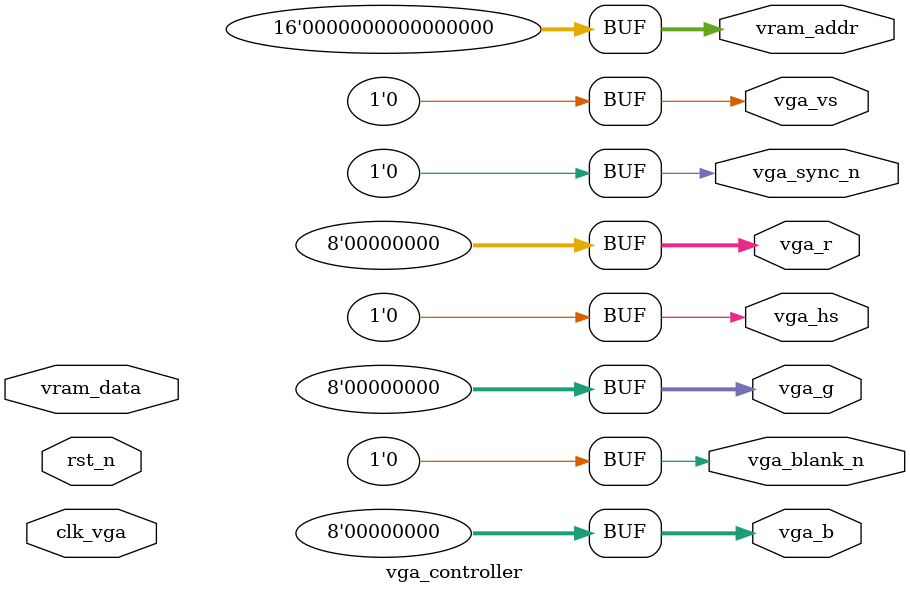
<source format=sv>

module vga_controller (
    input  logic        clk_vga,
    input  logic        rst_n,
    // VRAM read (text buffer at B8000). memory_controller or dual-port RAM provides data.
    input  logic [15:0] vram_data,
    output logic [15:0] vram_addr,
    // VGA outputs
    output logic [7:0]  vga_r,
    output logic [7:0]  vga_g,
    output logic [7:0]  vga_b,
    output logic        vga_hs,
    output logic        vga_vs,
    output logic        vga_blank_n,
    output logic        vga_sync_n
);

    // Stub: no timing or pixel generation yet. Tie outputs to avoid floating.
    assign vram_addr   = 16'h0000;
    assign vga_r       = 8'h00;
    assign vga_g       = 8'h00;
    assign vga_b       = 8'h00;
    assign vga_hs      = 1'b0;
    assign vga_vs      = 1'b0;
    assign vga_blank_n = 1'b0;
    assign vga_sync_n  = 1'b0;

endmodule

</source>
